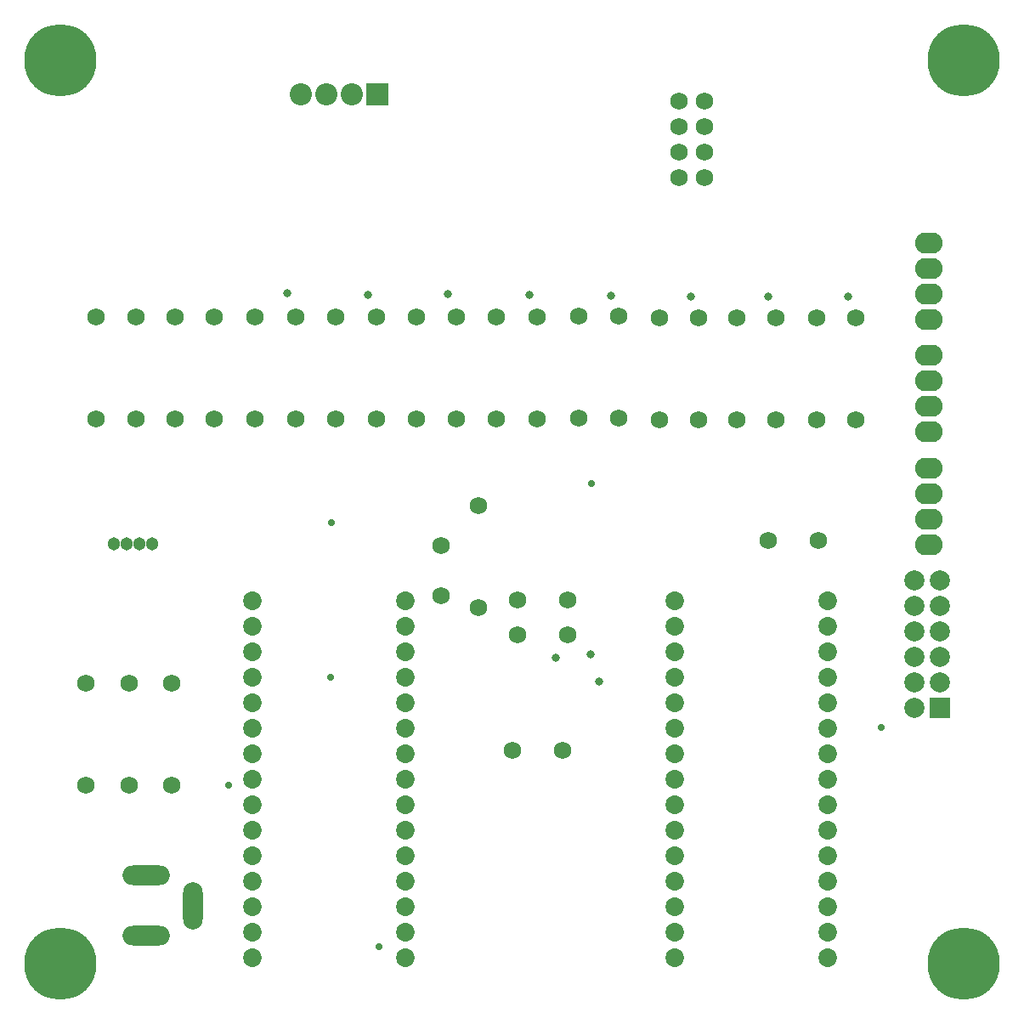
<source format=gbs>
G04 Layer_Color=8150272*
%FSLAX43Y43*%
%MOMM*%
G71*
G01*
G75*
%ADD41C,1.727*%
%ADD42C,1.303*%
%ADD43C,1.854*%
%ADD44O,1.953X4.703*%
%ADD45O,4.703X1.953*%
%ADD46O,2.743X2.108*%
%ADD47C,2.003*%
%ADD48R,2.003X2.003*%
%ADD49C,2.203*%
%ADD50R,2.203X2.203*%
%ADD51C,0.703*%
%ADD52C,7.203*%
%ADD53C,0.803*%
D41*
X65493Y57781D02*
D03*
X70493D02*
D03*
X65493Y61200D02*
D03*
X70493D02*
D03*
X65050Y46200D02*
D03*
X70050D02*
D03*
X61675Y70600D02*
D03*
Y60440D02*
D03*
X57913Y66628D02*
D03*
Y61628D02*
D03*
X31075Y52879D02*
D03*
Y42719D02*
D03*
X26800Y52879D02*
D03*
Y42719D02*
D03*
X22525Y52879D02*
D03*
Y42719D02*
D03*
X31400Y89385D02*
D03*
Y79225D02*
D03*
X35325D02*
D03*
Y89385D02*
D03*
X23550D02*
D03*
Y79225D02*
D03*
X27475D02*
D03*
Y89385D02*
D03*
X59475Y89428D02*
D03*
Y79268D02*
D03*
X63443D02*
D03*
Y89428D02*
D03*
X67452D02*
D03*
Y79268D02*
D03*
X55466Y89428D02*
D03*
Y79268D02*
D03*
X51459D02*
D03*
Y89428D02*
D03*
X47451D02*
D03*
Y79268D02*
D03*
X43392D02*
D03*
Y89428D02*
D03*
X39383D02*
D03*
Y79268D02*
D03*
X84175Y110875D02*
D03*
X81635D02*
D03*
X84175Y108335D02*
D03*
X81635D02*
D03*
X84175Y105795D02*
D03*
X81635D02*
D03*
X84175Y103255D02*
D03*
X81635D02*
D03*
X95500Y67175D02*
D03*
X90500D02*
D03*
X75570Y89486D02*
D03*
Y79326D02*
D03*
X91266Y79176D02*
D03*
Y89336D02*
D03*
X99227Y79201D02*
D03*
Y89361D02*
D03*
X83605D02*
D03*
Y79201D02*
D03*
X79698D02*
D03*
Y89361D02*
D03*
X87359Y89336D02*
D03*
Y79176D02*
D03*
X95320Y89361D02*
D03*
Y79201D02*
D03*
X71663Y89486D02*
D03*
Y79326D02*
D03*
D42*
X25295Y66825D02*
D03*
X26565D02*
D03*
X27835D02*
D03*
X29105D02*
D03*
D43*
X96420Y33214D02*
D03*
Y43374D02*
D03*
Y40834D02*
D03*
Y38294D02*
D03*
Y35754D02*
D03*
Y30674D02*
D03*
Y28134D02*
D03*
Y25594D02*
D03*
Y45914D02*
D03*
Y48454D02*
D03*
Y50994D02*
D03*
Y53534D02*
D03*
Y56074D02*
D03*
Y58614D02*
D03*
Y61154D02*
D03*
X81180Y25594D02*
D03*
Y28134D02*
D03*
Y30674D02*
D03*
Y33214D02*
D03*
Y35754D02*
D03*
Y38294D02*
D03*
Y40834D02*
D03*
Y43374D02*
D03*
Y45914D02*
D03*
Y48454D02*
D03*
Y50994D02*
D03*
Y53534D02*
D03*
Y56074D02*
D03*
Y58614D02*
D03*
Y61154D02*
D03*
X39155Y61129D02*
D03*
Y58589D02*
D03*
Y56049D02*
D03*
Y53509D02*
D03*
Y50969D02*
D03*
Y48429D02*
D03*
Y45889D02*
D03*
Y43349D02*
D03*
Y40809D02*
D03*
Y38269D02*
D03*
Y35729D02*
D03*
Y33189D02*
D03*
Y30649D02*
D03*
Y28109D02*
D03*
Y25569D02*
D03*
X54395Y61129D02*
D03*
Y58589D02*
D03*
Y56049D02*
D03*
Y53509D02*
D03*
Y50969D02*
D03*
Y48429D02*
D03*
Y45889D02*
D03*
Y25569D02*
D03*
Y28109D02*
D03*
Y30649D02*
D03*
Y33189D02*
D03*
Y35729D02*
D03*
Y38269D02*
D03*
Y40809D02*
D03*
Y43349D02*
D03*
D44*
X33225Y30750D02*
D03*
D45*
X28525Y33750D02*
D03*
Y27750D02*
D03*
D46*
X106550Y96785D02*
D03*
Y94245D02*
D03*
Y91705D02*
D03*
Y89165D02*
D03*
Y85585D02*
D03*
Y83045D02*
D03*
Y80505D02*
D03*
Y77965D02*
D03*
Y74360D02*
D03*
Y71820D02*
D03*
Y69280D02*
D03*
Y66740D02*
D03*
D47*
X107590Y63175D02*
D03*
Y60635D02*
D03*
Y58095D02*
D03*
Y55555D02*
D03*
Y53015D02*
D03*
X105050Y50475D02*
D03*
Y53015D02*
D03*
Y55555D02*
D03*
Y58095D02*
D03*
Y60635D02*
D03*
Y63175D02*
D03*
D48*
X107590Y50475D02*
D03*
D49*
X43980Y111600D02*
D03*
X46520D02*
D03*
X49060D02*
D03*
D50*
X51600D02*
D03*
D51*
X51725Y26700D02*
D03*
X36756Y42719D02*
D03*
X101725Y48550D02*
D03*
X72900Y72850D02*
D03*
X46900Y53500D02*
D03*
X46950Y68925D02*
D03*
D52*
X110000Y115000D02*
D03*
X20000D02*
D03*
Y25000D02*
D03*
X110000D02*
D03*
D53*
X42565Y91810D02*
D03*
X66725Y91575D02*
D03*
X58589Y91664D02*
D03*
X50625Y91600D02*
D03*
X82833Y91471D02*
D03*
X90483Y91421D02*
D03*
X98458Y91446D02*
D03*
X74807Y91557D02*
D03*
X72850Y55775D02*
D03*
X73675Y53075D02*
D03*
X69350Y55475D02*
D03*
M02*

</source>
